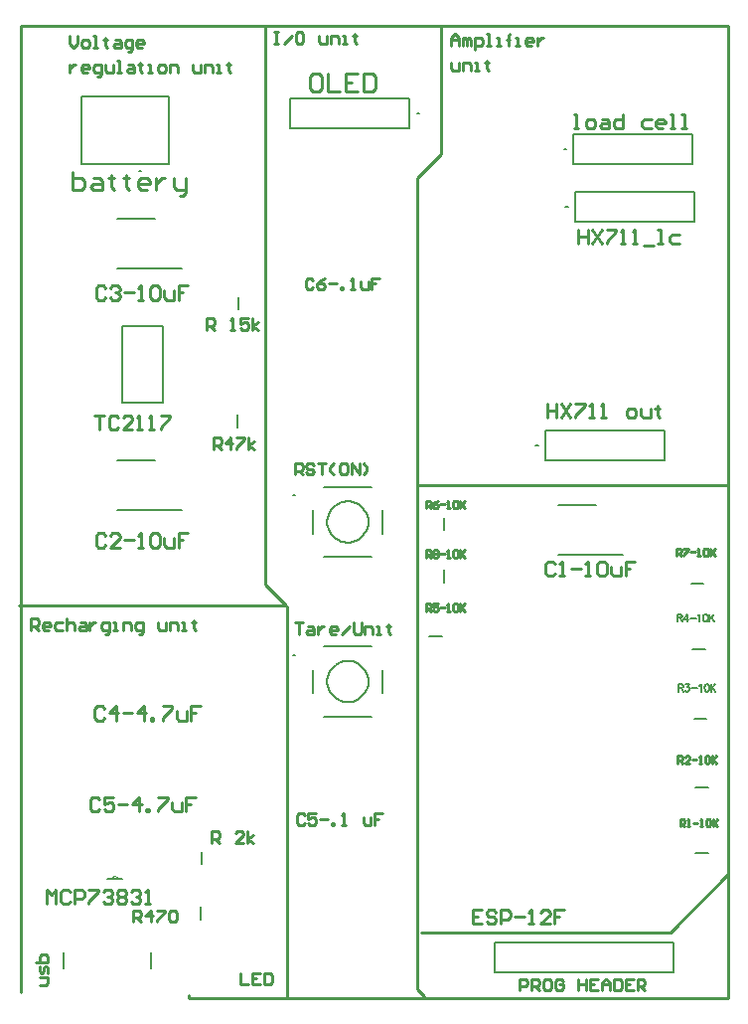
<source format=gto>
G04*
G04 #@! TF.GenerationSoftware,Altium Limited,Altium Designer,23.4.1 (23)*
G04*
G04 Layer_Color=65535*
%FSLAX25Y25*%
%MOIN*%
G70*
G04*
G04 #@! TF.SameCoordinates,3121AE9F-DB6A-48AE-AC32-4FE8ED9D71C7*
G04*
G04*
G04 #@! TF.FilePolarity,Positive*
G04*
G01*
G75*
%ADD10C,0.00500*%
%ADD11C,0.00787*%
%ADD12C,0.00000*%
%ADD13C,0.01000*%
%ADD14C,0.00600*%
D10*
X118114Y161142D02*
X118041Y162148D01*
X117821Y163132D01*
X117461Y164075D01*
X116967Y164954D01*
X116351Y165752D01*
X115624Y166453D01*
X114804Y167040D01*
X113907Y167501D01*
X112952Y167826D01*
X111960Y168010D01*
X110952Y168047D01*
X109950Y167936D01*
X108974Y167681D01*
X108045Y167287D01*
X107184Y166761D01*
X106409Y166116D01*
X105736Y165365D01*
X105179Y164523D01*
X104751Y163610D01*
X104461Y162644D01*
X104314Y161646D01*
Y160637D01*
X104461Y159639D01*
X104751Y158674D01*
X105179Y157760D01*
X105736Y156919D01*
X106409Y156168D01*
X107184Y155522D01*
X108045Y154997D01*
X108974Y154602D01*
X109950Y154347D01*
X110952Y154237D01*
X111960Y154274D01*
X112952Y154457D01*
X113907Y154783D01*
X114804Y155244D01*
X115624Y155831D01*
X116351Y156531D01*
X116967Y157329D01*
X117461Y158209D01*
X117821Y159151D01*
X118041Y160136D01*
X118114Y161142D01*
Y107642D02*
X118041Y108648D01*
X117821Y109632D01*
X117461Y110574D01*
X116967Y111454D01*
X116351Y112252D01*
X115624Y112953D01*
X114804Y113540D01*
X113907Y114001D01*
X112952Y114327D01*
X111960Y114510D01*
X110952Y114547D01*
X109950Y114436D01*
X108974Y114181D01*
X108045Y113787D01*
X107184Y113261D01*
X106409Y112616D01*
X105736Y111865D01*
X105179Y111023D01*
X104751Y110110D01*
X104461Y109144D01*
X104314Y108146D01*
Y107137D01*
X104461Y106139D01*
X104751Y105174D01*
X105179Y104260D01*
X105736Y103419D01*
X106409Y102668D01*
X107184Y102022D01*
X108045Y101497D01*
X108974Y101102D01*
X109950Y100847D01*
X110952Y100737D01*
X111960Y100774D01*
X112952Y100957D01*
X113907Y101283D01*
X114804Y101744D01*
X115624Y102331D01*
X116351Y103031D01*
X116967Y103829D01*
X117461Y104709D01*
X117821Y105651D01*
X118041Y106636D01*
X118114Y107642D01*
X103331Y172933D02*
X119079D01*
X122996Y157205D02*
Y165079D01*
X103331Y149350D02*
X119079D01*
X99413Y157205D02*
Y165079D01*
X103331Y119433D02*
X119079D01*
X122996Y103705D02*
Y111579D01*
X103331Y95850D02*
X119079D01*
X99413Y103705D02*
Y111579D01*
X22012Y281248D02*
Y303886D01*
X51146D01*
Y281248D02*
Y303886D01*
X22012Y281248D02*
X51146D01*
D11*
X93598Y170000D02*
X92811D01*
X93598D01*
Y116500D02*
X92811D01*
X93598D01*
X175055Y186957D02*
X174268D01*
X175055D01*
X135228Y298000D02*
X134441D01*
X135228D01*
X185075Y266945D02*
X184287D01*
X185075D01*
X184559Y286000D02*
X183772D01*
X184559D01*
X41894Y278787D02*
X41106D01*
X41894D01*
X138528Y122760D02*
X142764D01*
X143500Y140882D02*
Y145118D01*
X226382Y140500D02*
X230618D01*
X143500Y158382D02*
Y162618D01*
X226882Y118500D02*
X231118D01*
X227382Y95000D02*
X231618D01*
X227882Y72260D02*
X232118D01*
X227882Y50260D02*
X232118D01*
X181819Y150035D02*
X203571D01*
X181819Y166965D02*
X194516D01*
X15992Y11354D02*
Y16886D01*
X45126Y11354D02*
Y16886D01*
X177496Y181957D02*
X217496D01*
Y191957D01*
X177496D02*
X217496D01*
X177496Y181957D02*
Y191957D01*
X92000Y303000D02*
X132000D01*
X92000Y293000D02*
Y303000D01*
Y293000D02*
X132000D01*
Y303000D01*
X187516Y261945D02*
Y271945D01*
X227516D01*
Y261945D02*
Y271945D01*
X187516Y261945D02*
X227516D01*
X187000Y281000D02*
Y291000D01*
X227000D01*
Y281000D02*
Y291000D01*
X187000Y281000D02*
X227000D01*
X160500Y10000D02*
Y20000D01*
X220500Y10000D02*
Y20000D01*
X160500Y10000D02*
X220500D01*
X160500Y20000D02*
X220500D01*
X61760Y27933D02*
Y32067D01*
X62260Y46433D02*
Y50567D01*
X74555Y232433D02*
Y236567D01*
X74260Y192933D02*
Y197067D01*
X33807Y165035D02*
X55559D01*
X33807Y181965D02*
X46504D01*
X35382Y201205D02*
X49161D01*
X35382D02*
Y226795D01*
X49161D01*
Y201205D02*
Y226795D01*
X33807Y246035D02*
X55559D01*
X33807Y262965D02*
X46504D01*
X221831Y130181D02*
Y127819D01*
Y130181D02*
X222844D01*
X223181Y130068D01*
X223293Y129956D01*
X223406Y129731D01*
Y129506D01*
X223293Y129281D01*
X223181Y129169D01*
X222844Y129056D01*
X221831D01*
X222619D02*
X223406Y127819D01*
X225059Y130181D02*
X223935Y128606D01*
X225621D01*
X225059Y130181D02*
Y127819D01*
X226038Y128831D02*
X228062D01*
X228759Y129731D02*
X228984Y129843D01*
X229321Y130181D01*
Y127819D01*
X231166Y130181D02*
X230828Y130068D01*
X230604Y129731D01*
X230491Y129169D01*
Y128831D01*
X230604Y128269D01*
X230828Y127932D01*
X231166Y127819D01*
X231391D01*
X231728Y127932D01*
X231953Y128269D01*
X232066Y128831D01*
Y129169D01*
X231953Y129731D01*
X231728Y130068D01*
X231391Y130181D01*
X231166D01*
X232594D02*
Y127819D01*
X234169Y130181D02*
X232594Y128606D01*
X233156Y129169D02*
X234169Y127819D01*
X222332Y106681D02*
Y104319D01*
Y106681D02*
X223344D01*
X223681Y106568D01*
X223794Y106456D01*
X223906Y106231D01*
Y106006D01*
X223794Y105781D01*
X223681Y105669D01*
X223344Y105556D01*
X222332D01*
X223119D02*
X223906Y104319D01*
X224659Y106681D02*
X225897D01*
X225222Y105781D01*
X225559D01*
X225784Y105669D01*
X225897Y105556D01*
X226009Y105219D01*
Y104994D01*
X225897Y104657D01*
X225672Y104432D01*
X225334Y104319D01*
X224997D01*
X224659Y104432D01*
X224547Y104544D01*
X224434Y104769D01*
X226538Y105331D02*
X228562D01*
X229259Y106231D02*
X229484Y106343D01*
X229821Y106681D01*
Y104319D01*
X231666Y106681D02*
X231328Y106568D01*
X231103Y106231D01*
X230991Y105669D01*
Y105331D01*
X231103Y104769D01*
X231328Y104432D01*
X231666Y104319D01*
X231891D01*
X232228Y104432D01*
X232453Y104769D01*
X232565Y105331D01*
Y105669D01*
X232453Y106231D01*
X232228Y106568D01*
X231891Y106681D01*
X231666D01*
X233094D02*
Y104319D01*
X234668Y106681D02*
X233094Y105106D01*
X233656Y105669D02*
X234668Y104319D01*
D12*
X34200Y41400D02*
X33849Y42248D01*
X33000Y42600D01*
X32151Y42248D01*
X31800Y41400D01*
D13*
X58000Y1500D02*
Y2500D01*
X134500Y4500D02*
X137000Y2000D01*
X135000Y173500D02*
X239000D01*
X219500Y23500D02*
X239000Y43000D01*
X136000Y23500D02*
X219500D01*
X142500Y284500D02*
Y327500D01*
X134500Y276500D02*
X142500Y284500D01*
X134500Y4500D02*
Y276500D01*
X83500Y140000D02*
Y327500D01*
Y140000D02*
X90500Y133000D01*
X1000D02*
X90500D01*
X1000D02*
X90500D01*
X91000Y132500D01*
Y2000D02*
Y132500D01*
X58000Y1500D02*
X239000D01*
Y327500D01*
X1500D02*
X239000D01*
X1500Y3500D02*
Y327500D01*
X146000Y320935D02*
Y323559D01*
X147312Y324870D01*
X148624Y323559D01*
Y320935D01*
Y322903D01*
X146000D01*
X149936Y320935D02*
Y323559D01*
X150592D01*
X151248Y322903D01*
Y320935D01*
Y322903D01*
X151904Y323559D01*
X152560Y322903D01*
Y320935D01*
X153872Y319623D02*
Y323559D01*
X155839D01*
X156495Y322903D01*
Y321591D01*
X155839Y320935D01*
X153872D01*
X157807D02*
X159119D01*
X158463D01*
Y324870D01*
X157807D01*
X161087Y320935D02*
X162399D01*
X161743D01*
Y323559D01*
X161087D01*
X165023Y320935D02*
Y324215D01*
Y322903D01*
X164367D01*
X165679D01*
X165023D01*
Y324215D01*
X165679Y324870D01*
X167647Y320935D02*
X168958D01*
X168303D01*
Y323559D01*
X167647D01*
X172894Y320935D02*
X171582D01*
X170926Y321591D01*
Y322903D01*
X171582Y323559D01*
X172894D01*
X173550Y322903D01*
Y322247D01*
X170926D01*
X174862Y323559D02*
Y320935D01*
Y322247D01*
X175518Y322903D01*
X176174Y323559D01*
X176830D01*
X146000Y315124D02*
Y313156D01*
X146656Y312500D01*
X148624D01*
Y315124D01*
X149936Y312500D02*
Y315124D01*
X151904D01*
X152560Y314468D01*
Y312500D01*
X153872D02*
X155183D01*
X154527D01*
Y315124D01*
X153872D01*
X157807Y315780D02*
Y315124D01*
X157151D01*
X158463D01*
X157807D01*
Y313156D01*
X158463Y312500D01*
X86500Y325436D02*
X87812D01*
X87156D01*
Y321500D01*
X86500D01*
X87812D01*
X89780D02*
X92404Y324124D01*
X95683Y325436D02*
X94371D01*
X93716Y324780D01*
Y322156D01*
X94371Y321500D01*
X95683D01*
X96339Y322156D01*
Y324780D01*
X95683Y325436D01*
X101587Y324124D02*
Y322156D01*
X102243Y321500D01*
X104211D01*
Y324124D01*
X105523Y321500D02*
Y324124D01*
X107491D01*
X108147Y323468D01*
Y321500D01*
X109458D02*
X110770D01*
X110114D01*
Y324124D01*
X109458D01*
X113394Y324780D02*
Y324124D01*
X112738D01*
X114050D01*
X113394D01*
Y322156D01*
X114050Y321500D01*
X5000Y124812D02*
Y128748D01*
X6968D01*
X7624Y128092D01*
Y126780D01*
X6968Y126124D01*
X5000D01*
X6312D02*
X7624Y124812D01*
X10904D02*
X9592D01*
X8936Y125468D01*
Y126780D01*
X9592Y127436D01*
X10904D01*
X11560Y126780D01*
Y126124D01*
X8936D01*
X15495Y127436D02*
X13527D01*
X12871Y126780D01*
Y125468D01*
X13527Y124812D01*
X15495D01*
X16807Y128748D02*
Y124812D01*
Y126780D01*
X17463Y127436D01*
X18775D01*
X19431Y126780D01*
Y124812D01*
X21399Y127436D02*
X22711D01*
X23367Y126780D01*
Y124812D01*
X21399D01*
X20743Y125468D01*
X21399Y126124D01*
X23367D01*
X24679Y127436D02*
Y124812D01*
Y126124D01*
X25335Y126780D01*
X25991Y127436D01*
X26647D01*
X29926Y123500D02*
X30582D01*
X31238Y124156D01*
Y127436D01*
X29270D01*
X28614Y126780D01*
Y125468D01*
X29270Y124812D01*
X31238D01*
X32550D02*
X33862D01*
X33206D01*
Y127436D01*
X32550D01*
X35830Y124812D02*
Y127436D01*
X37798D01*
X38454Y126780D01*
Y124812D01*
X41078Y123500D02*
X41734D01*
X42390Y124156D01*
Y127436D01*
X40422D01*
X39766Y126780D01*
Y125468D01*
X40422Y124812D01*
X42390D01*
X47637Y127436D02*
Y125468D01*
X48293Y124812D01*
X50261D01*
Y127436D01*
X51573Y124812D02*
Y127436D01*
X53541D01*
X54197Y126780D01*
Y124812D01*
X55509D02*
X56821D01*
X56165D01*
Y127436D01*
X55509D01*
X59444Y128092D02*
Y127436D01*
X58788D01*
X60100D01*
X59444D01*
Y125468D01*
X60100Y124812D01*
X18000Y324183D02*
Y321559D01*
X19312Y320247D01*
X20624Y321559D01*
Y324183D01*
X22592Y320247D02*
X23904D01*
X24560Y320903D01*
Y322215D01*
X23904Y322870D01*
X22592D01*
X21936Y322215D01*
Y320903D01*
X22592Y320247D01*
X25872D02*
X27183D01*
X26527D01*
Y324183D01*
X25872D01*
X29807Y323527D02*
Y322870D01*
X29151D01*
X30463D01*
X29807D01*
Y320903D01*
X30463Y320247D01*
X33087Y322870D02*
X34399D01*
X35055Y322215D01*
Y320247D01*
X33087D01*
X32431Y320903D01*
X33087Y321559D01*
X35055D01*
X37679Y318935D02*
X38335D01*
X38991Y319591D01*
Y322870D01*
X37023D01*
X36367Y322215D01*
Y320903D01*
X37023Y320247D01*
X38991D01*
X42270D02*
X40958D01*
X40303Y320903D01*
Y322215D01*
X40958Y322870D01*
X42270D01*
X42926Y322215D01*
Y321559D01*
X40303D01*
X18000Y314436D02*
Y311812D01*
Y313124D01*
X18656Y313780D01*
X19312Y314436D01*
X19968D01*
X23904Y311812D02*
X22592D01*
X21936Y312468D01*
Y313780D01*
X22592Y314436D01*
X23904D01*
X24560Y313780D01*
Y313124D01*
X21936D01*
X27183Y310500D02*
X27839D01*
X28495Y311156D01*
Y314436D01*
X26527D01*
X25872Y313780D01*
Y312468D01*
X26527Y311812D01*
X28495D01*
X29807Y314436D02*
Y312468D01*
X30463Y311812D01*
X32431D01*
Y314436D01*
X33743Y311812D02*
X35055D01*
X34399D01*
Y315748D01*
X33743D01*
X37679Y314436D02*
X38991D01*
X39647Y313780D01*
Y311812D01*
X37679D01*
X37023Y312468D01*
X37679Y313124D01*
X39647D01*
X41614Y315092D02*
Y314436D01*
X40958D01*
X42270D01*
X41614D01*
Y312468D01*
X42270Y311812D01*
X44238D02*
X45550D01*
X44894D01*
Y314436D01*
X44238D01*
X48174Y311812D02*
X49486D01*
X50142Y312468D01*
Y313780D01*
X49486Y314436D01*
X48174D01*
X47518Y313780D01*
Y312468D01*
X48174Y311812D01*
X51454D02*
Y314436D01*
X53422D01*
X54078Y313780D01*
Y311812D01*
X59325Y314436D02*
Y312468D01*
X59981Y311812D01*
X61949D01*
Y314436D01*
X63261Y311812D02*
Y314436D01*
X65229D01*
X65885Y313780D01*
Y311812D01*
X67197D02*
X68509D01*
X67853D01*
Y314436D01*
X67197D01*
X71132Y315092D02*
Y314436D01*
X70477D01*
X71788D01*
X71132D01*
Y312468D01*
X71788Y311812D01*
X156272Y31078D02*
X153123D01*
Y26355D01*
X156272D01*
X153123Y28717D02*
X154697D01*
X160995Y30291D02*
X160207Y31078D01*
X158633D01*
X157846Y30291D01*
Y29504D01*
X158633Y28717D01*
X160207D01*
X160995Y27929D01*
Y27142D01*
X160207Y26355D01*
X158633D01*
X157846Y27142D01*
X162569Y26355D02*
Y31078D01*
X164930D01*
X165717Y30291D01*
Y28717D01*
X164930Y27929D01*
X162569D01*
X167292Y28717D02*
X170440D01*
X172015Y26355D02*
X173589D01*
X172802D01*
Y31078D01*
X172015Y30291D01*
X179099Y26355D02*
X175950D01*
X179099Y29504D01*
Y30291D01*
X178312Y31078D01*
X176737D01*
X175950Y30291D01*
X183822Y31078D02*
X180673D01*
Y28717D01*
X182247D01*
X180673D01*
Y26355D01*
X99661Y242312D02*
X99005Y242968D01*
X97693D01*
X97037Y242312D01*
Y239688D01*
X97693Y239032D01*
X99005D01*
X99661Y239688D01*
X103596Y242968D02*
X102285Y242312D01*
X100973Y241000D01*
Y239688D01*
X101628Y239032D01*
X102940D01*
X103596Y239688D01*
Y240344D01*
X102940Y241000D01*
X100973D01*
X104908D02*
X107532D01*
X108844Y239032D02*
Y239688D01*
X109500D01*
Y239032D01*
X108844D01*
X112124D02*
X113436D01*
X112780D01*
Y242968D01*
X112124Y242312D01*
X115404Y241656D02*
Y239688D01*
X116060Y239032D01*
X118027D01*
Y241656D01*
X121963Y242968D02*
X119339D01*
Y241000D01*
X120651D01*
X119339D01*
Y239032D01*
X137506Y131319D02*
Y133681D01*
X138687D01*
X139080Y133287D01*
Y132500D01*
X138687Y132106D01*
X137506D01*
X138293D02*
X139080Y131319D01*
X141442Y133681D02*
X139867D01*
Y132500D01*
X140655Y132894D01*
X141048D01*
X141442Y132500D01*
Y131713D01*
X141048Y131319D01*
X140261D01*
X139867Y131713D01*
X142229Y132500D02*
X143803D01*
X144590Y131319D02*
X145378D01*
X144984D01*
Y133681D01*
X144590Y133287D01*
X146558D02*
X146952Y133681D01*
X147739D01*
X148133Y133287D01*
Y131713D01*
X147739Y131319D01*
X146952D01*
X146558Y131713D01*
Y133287D01*
X148920Y133681D02*
Y131319D01*
Y132106D01*
X150494Y133681D01*
X149313Y132500D01*
X150494Y131319D01*
X137506Y149319D02*
Y151681D01*
X138687D01*
X139080Y151287D01*
Y150500D01*
X138687Y150106D01*
X137506D01*
X138293D02*
X139080Y149319D01*
X139867Y151287D02*
X140261Y151681D01*
X141048D01*
X141442Y151287D01*
Y150894D01*
X141048Y150500D01*
X141442Y150106D01*
Y149713D01*
X141048Y149319D01*
X140261D01*
X139867Y149713D01*
Y150106D01*
X140261Y150500D01*
X139867Y150894D01*
Y151287D01*
X140261Y150500D02*
X141048D01*
X142229D02*
X143803D01*
X144590Y149319D02*
X145378D01*
X144984D01*
Y151681D01*
X144590Y151287D01*
X146558D02*
X146952Y151681D01*
X147739D01*
X148133Y151287D01*
Y149713D01*
X147739Y149319D01*
X146952D01*
X146558Y149713D01*
Y151287D01*
X148920Y151681D02*
Y149319D01*
Y150106D01*
X150494Y151681D01*
X149313Y150500D01*
X150494Y149319D01*
X221506Y149819D02*
Y152181D01*
X222687D01*
X223080Y151787D01*
Y151000D01*
X222687Y150606D01*
X221506D01*
X222293D02*
X223080Y149819D01*
X223868Y152181D02*
X225442D01*
Y151787D01*
X223868Y150213D01*
Y149819D01*
X226229Y151000D02*
X227803D01*
X228590Y149819D02*
X229378D01*
X228984D01*
Y152181D01*
X228590Y151787D01*
X230558D02*
X230952Y152181D01*
X231739D01*
X232133Y151787D01*
Y150213D01*
X231739Y149819D01*
X230952D01*
X230558Y150213D01*
Y151787D01*
X232920Y152181D02*
Y149819D01*
Y150606D01*
X234494Y152181D01*
X233313Y151000D01*
X234494Y149819D01*
X137506Y165819D02*
Y168181D01*
X138687D01*
X139080Y167787D01*
Y167000D01*
X138687Y166606D01*
X137506D01*
X138293D02*
X139080Y165819D01*
X141442Y168181D02*
X140655Y167787D01*
X139867Y167000D01*
Y166213D01*
X140261Y165819D01*
X141048D01*
X141442Y166213D01*
Y166606D01*
X141048Y167000D01*
X139867D01*
X142229D02*
X143803D01*
X144590Y165819D02*
X145378D01*
X144984D01*
Y168181D01*
X144590Y167787D01*
X146558D02*
X146952Y168181D01*
X147739D01*
X148133Y167787D01*
Y166213D01*
X147739Y165819D01*
X146952D01*
X146558Y166213D01*
Y167787D01*
X148920Y168181D02*
Y165819D01*
Y166606D01*
X150494Y168181D01*
X149313Y167000D01*
X150494Y165819D01*
X93400Y177000D02*
Y180936D01*
X95368D01*
X96024Y180280D01*
Y178968D01*
X95368Y178312D01*
X93400D01*
X94712D02*
X96024Y177000D01*
X99960Y180280D02*
X99304Y180936D01*
X97992D01*
X97336Y180280D01*
Y179624D01*
X97992Y178968D01*
X99304D01*
X99960Y178312D01*
Y177656D01*
X99304Y177000D01*
X97992D01*
X97336Y177656D01*
X101271Y180936D02*
X103895D01*
X102583D01*
Y177000D01*
X106519D02*
X105207Y178312D01*
Y179624D01*
X106519Y180936D01*
X110455D02*
X109143D01*
X108487Y180280D01*
Y177656D01*
X109143Y177000D01*
X110455D01*
X111111Y177656D01*
Y180280D01*
X110455Y180936D01*
X112423Y177000D02*
Y180936D01*
X115047Y177000D01*
Y180936D01*
X116358Y177000D02*
X117670Y178312D01*
Y179624D01*
X116358Y180936D01*
X93400Y127436D02*
X96024D01*
X94712D01*
Y123500D01*
X97992Y126124D02*
X99304D01*
X99960Y125468D01*
Y123500D01*
X97992D01*
X97336Y124156D01*
X97992Y124812D01*
X99960D01*
X101271Y126124D02*
Y123500D01*
Y124812D01*
X101927Y125468D01*
X102583Y126124D01*
X103239D01*
X107175Y123500D02*
X105863D01*
X105207Y124156D01*
Y125468D01*
X105863Y126124D01*
X107175D01*
X107831Y125468D01*
Y124812D01*
X105207D01*
X109143Y123500D02*
X111767Y126124D01*
X113079Y127436D02*
Y124156D01*
X113735Y123500D01*
X115047D01*
X115702Y124156D01*
Y127436D01*
X117014Y123500D02*
Y126124D01*
X118982D01*
X119638Y125468D01*
Y123500D01*
X120950D02*
X122262D01*
X121606D01*
Y126124D01*
X120950D01*
X124886Y126780D02*
Y126124D01*
X124230D01*
X125542D01*
X124886D01*
Y124156D01*
X125542Y123500D01*
X96693Y62812D02*
X96037Y63468D01*
X94725D01*
X94069Y62812D01*
Y60188D01*
X94725Y59532D01*
X96037D01*
X96693Y60188D01*
X100628Y63468D02*
X98005D01*
Y61500D01*
X99317Y62156D01*
X99973D01*
X100628Y61500D01*
Y60188D01*
X99973Y59532D01*
X98661D01*
X98005Y60188D01*
X101940Y61500D02*
X104564D01*
X105876Y59532D02*
Y60188D01*
X106532D01*
Y59532D01*
X105876D01*
X109156D02*
X110468D01*
X109812D01*
Y63468D01*
X109156Y62812D01*
X116372Y62156D02*
Y60188D01*
X117027Y59532D01*
X118995D01*
Y62156D01*
X122931Y63468D02*
X120307D01*
Y61500D01*
X121619D01*
X120307D01*
Y59532D01*
X178104Y200818D02*
Y196095D01*
Y198457D01*
X181253D01*
Y200818D01*
Y196095D01*
X182827Y200818D02*
X185976Y196095D01*
Y200818D02*
X182827Y196095D01*
X187550Y200818D02*
X190699D01*
Y200031D01*
X187550Y196882D01*
Y196095D01*
X192273D02*
X193848D01*
X193060D01*
Y200818D01*
X192273Y200031D01*
X196209Y196095D02*
X197783D01*
X196996D01*
Y200818D01*
X196209Y200031D01*
X205655Y196095D02*
X207229D01*
X208016Y196882D01*
Y198457D01*
X207229Y199244D01*
X205655D01*
X204868Y198457D01*
Y196882D01*
X205655Y196095D01*
X209590Y199244D02*
Y196882D01*
X210378Y196095D01*
X212739D01*
Y199244D01*
X215101Y200031D02*
Y199244D01*
X214313D01*
X215888D01*
X215101D01*
Y196882D01*
X215888Y196095D01*
X188592Y259200D02*
Y254477D01*
Y256838D01*
X191741D01*
Y259200D01*
Y254477D01*
X193315Y259200D02*
X196464Y254477D01*
Y259200D02*
X193315Y254477D01*
X198038Y259200D02*
X201186D01*
Y258413D01*
X198038Y255264D01*
Y254477D01*
X202761D02*
X204335D01*
X203548D01*
Y259200D01*
X202761Y258413D01*
X206697Y254477D02*
X208271D01*
X207484D01*
Y259200D01*
X206697Y258413D01*
X210632Y253690D02*
X213781D01*
X215355Y254477D02*
X216929D01*
X216142D01*
Y259200D01*
X215355D01*
X222439Y257626D02*
X220078D01*
X219291Y256838D01*
Y255264D01*
X220078Y254477D01*
X222439D01*
X7844Y5752D02*
X9812D01*
X10468Y6408D01*
Y8376D01*
X7844D01*
X10468Y9688D02*
Y11656D01*
X9812Y12312D01*
X9156Y11656D01*
Y10344D01*
X8500Y9688D01*
X7844Y10344D01*
Y12312D01*
X6532Y13624D02*
X10468D01*
Y15592D01*
X9812Y16248D01*
X9156D01*
X8500D01*
X7844Y15592D01*
Y13624D01*
X39285Y27032D02*
Y30968D01*
X41252D01*
X41908Y30312D01*
Y29000D01*
X41252Y28344D01*
X39285D01*
X40596D02*
X41908Y27032D01*
X45188D02*
Y30968D01*
X43220Y29000D01*
X45844D01*
X47156Y30968D02*
X49780D01*
Y30312D01*
X47156Y27688D01*
Y27032D01*
X51092Y30312D02*
X51748Y30968D01*
X53060D01*
X53715Y30312D01*
Y27688D01*
X53060Y27032D01*
X51748D01*
X51092Y27688D01*
Y30312D01*
X66113Y185532D02*
Y189468D01*
X68080D01*
X68736Y188812D01*
Y187500D01*
X68080Y186844D01*
X66113D01*
X67424D02*
X68736Y185532D01*
X72016D02*
Y189468D01*
X70048Y187500D01*
X72672D01*
X73984Y189468D02*
X76608D01*
Y188812D01*
X73984Y186188D01*
Y185532D01*
X77920D02*
Y189468D01*
Y186844D02*
X79887Y188156D01*
X77920Y186844D02*
X79887Y185532D01*
X63973Y225532D02*
Y229468D01*
X65940D01*
X66596Y228812D01*
Y227500D01*
X65940Y226844D01*
X63973D01*
X65285D02*
X66596Y225532D01*
X71844D02*
X73156D01*
X72500D01*
Y229468D01*
X71844Y228812D01*
X77748Y229468D02*
X75124D01*
Y227500D01*
X76436Y228156D01*
X77092D01*
X77748Y227500D01*
Y226188D01*
X77092Y225532D01*
X75780D01*
X75124Y226188D01*
X79060Y225532D02*
Y229468D01*
Y226844D02*
X81027Y228156D01*
X79060Y226844D02*
X81027Y225532D01*
X65613Y53532D02*
Y57468D01*
X67580D01*
X68236Y56812D01*
Y55500D01*
X67580Y54844D01*
X65613D01*
X66924D02*
X68236Y53532D01*
X76108D02*
X73484D01*
X76108Y56156D01*
Y56812D01*
X75452Y57468D01*
X74140D01*
X73484Y56812D01*
X77420Y53532D02*
Y57468D01*
Y54844D02*
X79387Y56156D01*
X77420Y54844D02*
X79387Y53532D01*
X222006Y80319D02*
Y82681D01*
X223187D01*
X223580Y82287D01*
Y81500D01*
X223187Y81106D01*
X222006D01*
X222793D02*
X223580Y80319D01*
X225942D02*
X224367D01*
X225942Y81894D01*
Y82287D01*
X225548Y82681D01*
X224761D01*
X224367Y82287D01*
X226729Y81500D02*
X228303D01*
X229090Y80319D02*
X229877D01*
X229484D01*
Y82681D01*
X229090Y82287D01*
X231058D02*
X231452Y82681D01*
X232239D01*
X232632Y82287D01*
Y80713D01*
X232239Y80319D01*
X231452D01*
X231058Y80713D01*
Y82287D01*
X233420Y82681D02*
Y80319D01*
Y81106D01*
X234994Y82681D01*
X233813Y81500D01*
X234994Y80319D01*
X222703Y59079D02*
Y61441D01*
X223884D01*
X224277Y61047D01*
Y60260D01*
X223884Y59866D01*
X222703D01*
X223490D02*
X224277Y59079D01*
X225064D02*
X225851D01*
X225458D01*
Y61441D01*
X225064Y61047D01*
X227032Y60260D02*
X228606D01*
X229394Y59079D02*
X230181D01*
X229787D01*
Y61441D01*
X229394Y61047D01*
X231361D02*
X231755Y61441D01*
X232542D01*
X232936Y61047D01*
Y59473D01*
X232542Y59079D01*
X231755D01*
X231361Y59473D01*
Y61047D01*
X233723Y61441D02*
Y59079D01*
Y59866D01*
X235297Y61441D01*
X234116Y60260D01*
X235297Y59079D01*
X169009Y4032D02*
Y7968D01*
X170977D01*
X171633Y7312D01*
Y6000D01*
X170977Y5344D01*
X169009D01*
X172945Y4032D02*
Y7968D01*
X174913D01*
X175569Y7312D01*
Y6000D01*
X174913Y5344D01*
X172945D01*
X174257D02*
X175569Y4032D01*
X178849Y7968D02*
X177537D01*
X176881Y7312D01*
Y4688D01*
X177537Y4032D01*
X178849D01*
X179505Y4688D01*
Y7312D01*
X178849Y7968D01*
X183440Y7312D02*
X182784Y7968D01*
X181473D01*
X180817Y7312D01*
Y4688D01*
X181473Y4032D01*
X182784D01*
X183440Y4688D01*
Y6000D01*
X182129D01*
X188688Y7968D02*
Y4032D01*
Y6000D01*
X191312D01*
Y7968D01*
Y4032D01*
X195248Y7968D02*
X192624D01*
Y4032D01*
X195248D01*
X192624Y6000D02*
X193936D01*
X196560Y4032D02*
Y6656D01*
X197871Y7968D01*
X199183Y6656D01*
Y4032D01*
Y6000D01*
X196560D01*
X200495Y7968D02*
Y4032D01*
X202463D01*
X203119Y4688D01*
Y7312D01*
X202463Y7968D01*
X200495D01*
X207055D02*
X204431D01*
Y4032D01*
X207055D01*
X204431Y6000D02*
X205743D01*
X208367Y4032D02*
Y7968D01*
X210335D01*
X210991Y7312D01*
Y6000D01*
X210335Y5344D01*
X208367D01*
X209679D02*
X210991Y4032D01*
X10183Y33139D02*
Y37861D01*
X11757Y36287D01*
X13331Y37861D01*
Y33139D01*
X18054Y37074D02*
X17267Y37861D01*
X15693D01*
X14906Y37074D01*
Y33926D01*
X15693Y33139D01*
X17267D01*
X18054Y33926D01*
X19628Y33139D02*
Y37861D01*
X21990D01*
X22777Y37074D01*
Y35500D01*
X21990Y34713D01*
X19628D01*
X24351Y37861D02*
X27500D01*
Y37074D01*
X24351Y33926D01*
Y33139D01*
X29074Y37074D02*
X29862Y37861D01*
X31436D01*
X32223Y37074D01*
Y36287D01*
X31436Y35500D01*
X30649D01*
X31436D01*
X32223Y34713D01*
Y33926D01*
X31436Y33139D01*
X29862D01*
X29074Y33926D01*
X33797Y37074D02*
X34584Y37861D01*
X36159D01*
X36946Y37074D01*
Y36287D01*
X36159Y35500D01*
X36946Y34713D01*
Y33926D01*
X36159Y33139D01*
X34584D01*
X33797Y33926D01*
Y34713D01*
X34584Y35500D01*
X33797Y36287D01*
Y37074D01*
X34584Y35500D02*
X36159D01*
X38520Y37074D02*
X39307Y37861D01*
X40881D01*
X41669Y37074D01*
Y36287D01*
X40881Y35500D01*
X40094D01*
X40881D01*
X41669Y34713D01*
Y33926D01*
X40881Y33139D01*
X39307D01*
X38520Y33926D01*
X43243Y33139D02*
X44817D01*
X44030D01*
Y37861D01*
X43243Y37074D01*
X75252Y9968D02*
Y6032D01*
X77876D01*
X81812Y9968D02*
X79188D01*
Y6032D01*
X81812D01*
X79188Y8000D02*
X80500D01*
X83124Y9968D02*
Y6032D01*
X85092D01*
X85748Y6688D01*
Y9312D01*
X85092Y9968D01*
X83124D01*
X19006Y278499D02*
Y272501D01*
X22005D01*
X23005Y273500D01*
Y274500D01*
Y275500D01*
X22005Y276499D01*
X19006D01*
X26004D02*
X28003D01*
X29003Y275500D01*
Y272501D01*
X26004D01*
X25004Y273500D01*
X26004Y274500D01*
X29003D01*
X32002Y277499D02*
Y276499D01*
X31002D01*
X33002D01*
X32002D01*
Y273500D01*
X33002Y272501D01*
X37000Y277499D02*
Y276499D01*
X36001D01*
X38000D01*
X37000D01*
Y273500D01*
X38000Y272501D01*
X43998D02*
X41999D01*
X40999Y273500D01*
Y275500D01*
X41999Y276499D01*
X43998D01*
X44998Y275500D01*
Y274500D01*
X40999D01*
X46997Y276499D02*
Y272501D01*
Y274500D01*
X47997Y275500D01*
X48996Y276499D01*
X49996D01*
X52995D02*
Y273500D01*
X53995Y272501D01*
X56994D01*
Y271501D01*
X55994Y270501D01*
X54994D01*
X56994Y272501D02*
Y276499D01*
X187109Y293139D02*
X188683D01*
X187896D01*
Y297861D01*
X187109D01*
X191831Y293139D02*
X193406D01*
X194193Y293926D01*
Y295500D01*
X193406Y296287D01*
X191831D01*
X191044Y295500D01*
Y293926D01*
X191831Y293139D01*
X196554Y296287D02*
X198128D01*
X198916Y295500D01*
Y293139D01*
X196554D01*
X195767Y293926D01*
X196554Y294713D01*
X198916D01*
X203639Y297861D02*
Y293139D01*
X201277D01*
X200490Y293926D01*
Y295500D01*
X201277Y296287D01*
X203639D01*
X213084D02*
X210723D01*
X209936Y295500D01*
Y293926D01*
X210723Y293139D01*
X213084D01*
X217020D02*
X215446D01*
X214659Y293926D01*
Y295500D01*
X215446Y296287D01*
X217020D01*
X217807Y295500D01*
Y294713D01*
X214659D01*
X219381Y293139D02*
X220956D01*
X220169D01*
Y297861D01*
X219381D01*
X223317Y293139D02*
X224891D01*
X224104D01*
Y297861D01*
X223317D01*
X101503Y311499D02*
X99503D01*
X98504Y310499D01*
Y306501D01*
X99503Y305501D01*
X101503D01*
X102502Y306501D01*
Y310499D01*
X101503Y311499D01*
X104502D02*
Y305501D01*
X108500D01*
X114498Y311499D02*
X110500D01*
Y305501D01*
X114498D01*
X110500Y308500D02*
X112499D01*
X116498Y311499D02*
Y305501D01*
X119497D01*
X120496Y306501D01*
Y310499D01*
X119497Y311499D01*
X116498D01*
X27894Y68074D02*
X27107Y68861D01*
X25533D01*
X24746Y68074D01*
Y64926D01*
X25533Y64139D01*
X27107D01*
X27894Y64926D01*
X32617Y68861D02*
X29469D01*
Y66500D01*
X31043Y67287D01*
X31830D01*
X32617Y66500D01*
Y64926D01*
X31830Y64139D01*
X30256D01*
X29469Y64926D01*
X34192Y66500D02*
X37340D01*
X41276Y64139D02*
Y68861D01*
X38914Y66500D01*
X42063D01*
X43637Y64139D02*
Y64926D01*
X44425D01*
Y64139D01*
X43637D01*
X47573Y68861D02*
X50722D01*
Y68074D01*
X47573Y64926D01*
Y64139D01*
X52296Y67287D02*
Y64926D01*
X53083Y64139D01*
X55445D01*
Y67287D01*
X60167Y68861D02*
X57019D01*
Y66500D01*
X58593D01*
X57019D01*
Y64139D01*
X29481Y98574D02*
X28694Y99361D01*
X27120D01*
X26333Y98574D01*
Y95426D01*
X27120Y94639D01*
X28694D01*
X29481Y95426D01*
X33417Y94639D02*
Y99361D01*
X31055Y97000D01*
X34204D01*
X35778D02*
X38927D01*
X42863Y94639D02*
Y99361D01*
X40501Y97000D01*
X43650D01*
X45224Y94639D02*
Y95426D01*
X46011D01*
Y94639D01*
X45224D01*
X49160Y99361D02*
X52308D01*
Y98574D01*
X49160Y95426D01*
Y94639D01*
X53883Y97787D02*
Y95426D01*
X54670Y94639D01*
X57031D01*
Y97787D01*
X61754Y99361D02*
X58605D01*
Y97000D01*
X60180D01*
X58605D01*
Y94639D01*
X29972Y239574D02*
X29185Y240361D01*
X27611D01*
X26824Y239574D01*
Y236426D01*
X27611Y235639D01*
X29185D01*
X29972Y236426D01*
X31547Y239574D02*
X32334Y240361D01*
X33908D01*
X34695Y239574D01*
Y238787D01*
X33908Y238000D01*
X33121D01*
X33908D01*
X34695Y237213D01*
Y236426D01*
X33908Y235639D01*
X32334D01*
X31547Y236426D01*
X36270Y238000D02*
X39418D01*
X40993Y235639D02*
X42567D01*
X41780D01*
Y240361D01*
X40993Y239574D01*
X44928D02*
X45715Y240361D01*
X47290D01*
X48077Y239574D01*
Y236426D01*
X47290Y235639D01*
X45715D01*
X44928Y236426D01*
Y239574D01*
X49651Y238787D02*
Y236426D01*
X50438Y235639D01*
X52800D01*
Y238787D01*
X57523Y240361D02*
X54374D01*
Y238000D01*
X55948D01*
X54374D01*
Y235639D01*
X29972Y156574D02*
X29185Y157361D01*
X27611D01*
X26824Y156574D01*
Y153426D01*
X27611Y152639D01*
X29185D01*
X29972Y153426D01*
X34695Y152639D02*
X31547D01*
X34695Y155787D01*
Y156574D01*
X33908Y157361D01*
X32334D01*
X31547Y156574D01*
X36270Y155000D02*
X39418D01*
X40993Y152639D02*
X42567D01*
X41780D01*
Y157361D01*
X40993Y156574D01*
X44928D02*
X45715Y157361D01*
X47290D01*
X48077Y156574D01*
Y153426D01*
X47290Y152639D01*
X45715D01*
X44928Y153426D01*
Y156574D01*
X49651Y155787D02*
Y153426D01*
X50438Y152639D01*
X52800D01*
Y155787D01*
X57523Y157361D02*
X54374D01*
Y155000D01*
X55948D01*
X54374D01*
Y152639D01*
X180760Y147074D02*
X179973Y147861D01*
X178398D01*
X177611Y147074D01*
Y143926D01*
X178398Y143139D01*
X179973D01*
X180760Y143926D01*
X182334Y143139D02*
X183908D01*
X183121D01*
Y147861D01*
X182334Y147074D01*
X186270Y145500D02*
X189418D01*
X190993Y143139D02*
X192567D01*
X191780D01*
Y147861D01*
X190993Y147074D01*
X194928D02*
X195716Y147861D01*
X197290D01*
X198077Y147074D01*
Y143926D01*
X197290Y143139D01*
X195716D01*
X194928Y143926D01*
Y147074D01*
X199651Y146287D02*
Y143926D01*
X200438Y143139D01*
X202800D01*
Y146287D01*
X207523Y147861D02*
X204374D01*
Y145500D01*
X205948D01*
X204374D01*
Y143139D01*
X26355Y196861D02*
X29504D01*
X27929D01*
Y192139D01*
X34227Y196074D02*
X33439Y196861D01*
X31865D01*
X31078Y196074D01*
Y192926D01*
X31865Y192139D01*
X33439D01*
X34227Y192926D01*
X38949Y192139D02*
X35801D01*
X38949Y195287D01*
Y196074D01*
X38162Y196861D01*
X36588D01*
X35801Y196074D01*
X40524Y192139D02*
X42098D01*
X41311D01*
Y196861D01*
X40524Y196074D01*
X44460Y192139D02*
X46034D01*
X45247D01*
Y196861D01*
X44460Y196074D01*
X48395Y196861D02*
X51544D01*
Y196074D01*
X48395Y192926D01*
Y192139D01*
D14*
X34200Y41400D02*
X35400D01*
X31800D02*
X34200D01*
X30600D02*
X31800D01*
M02*

</source>
